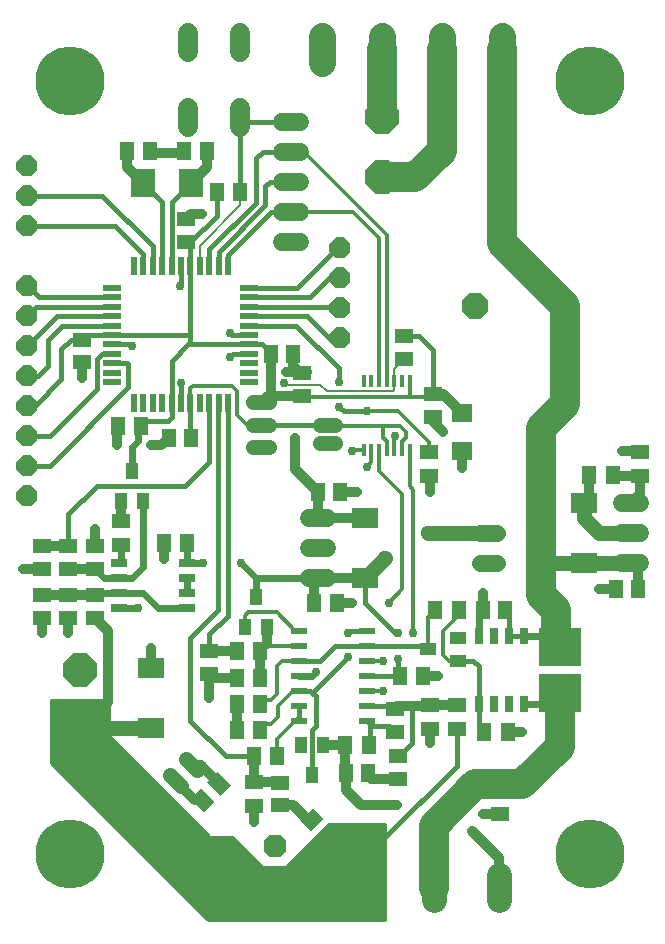
<source format=gbr>
G04 EAGLE Gerber X2 export*
%TF.Part,Single*%
%TF.FileFunction,Copper,L1,Top,Mixed*%
%TF.FilePolarity,Positive*%
%TF.GenerationSoftware,Autodesk,EAGLE,8.6.3*%
%TF.CreationDate,2019-07-12T15:56:27Z*%
G75*
%MOMM*%
%FSLAX34Y34*%
%LPD*%
%AMOC8*
5,1,8,0,0,1.08239X$1,22.5*%
G01*
%ADD10P,3.030692X8X22.500000*%
%ADD11C,2.247900*%
%ADD12C,2.184400*%
%ADD13P,2.364373X8X292.500000*%
%ADD14P,2.089446X8X112.500000*%
%ADD15C,1.930400*%
%ADD16R,1.300000X1.500000*%
%ADD17R,1.500000X1.300000*%
%ADD18C,1.308000*%
%ADD19R,1.803000X1.600000*%
%ADD20C,1.422400*%
%ADD21R,2.200000X1.800000*%
%ADD22R,1.400000X1.000000*%
%ADD23R,1.800000X2.200000*%
%ADD24R,1.000000X1.400000*%
%ADD25C,1.524000*%
%ADD26R,0.635000X1.422400*%
%ADD27R,0.304800X0.990600*%
%ADD28R,1.422400X0.635000*%
%ADD29R,2.000000X2.400000*%
%ADD30R,1.300000X1.600000*%
%ADD31R,1.600000X1.300000*%
%ADD32R,3.600000X3.250000*%
%ADD33C,2.095500*%
%ADD34C,1.676400*%
%ADD35R,0.500000X1.500000*%
%ADD36R,1.500000X0.500000*%
%ADD37R,1.400000X0.600000*%
%ADD38P,1.924489X8X202.500000*%
%ADD39C,5.842000*%
%ADD40C,0.406400*%
%ADD41C,0.609600*%
%ADD42C,2.540000*%
%ADD43C,1.270000*%
%ADD44C,0.812800*%
%ADD45C,0.756400*%
%ADD46C,0.304800*%
%ADD47C,1.300000*%
%ADD48C,0.203200*%

G36*
X327083Y3057D02*
X327083Y3057D01*
X327141Y3055D01*
X327223Y3077D01*
X327307Y3089D01*
X327360Y3112D01*
X327416Y3127D01*
X327489Y3170D01*
X327566Y3205D01*
X327611Y3243D01*
X327661Y3272D01*
X327719Y3334D01*
X327783Y3388D01*
X327815Y3437D01*
X327855Y3480D01*
X327894Y3555D01*
X327941Y3625D01*
X327958Y3681D01*
X327985Y3733D01*
X327996Y3801D01*
X328026Y3896D01*
X328029Y3996D01*
X328040Y4064D01*
X328040Y85725D01*
X328032Y85783D01*
X328034Y85841D01*
X328012Y85923D01*
X328000Y86007D01*
X327977Y86060D01*
X327962Y86116D01*
X327919Y86189D01*
X327884Y86266D01*
X327846Y86311D01*
X327817Y86361D01*
X327755Y86419D01*
X327701Y86483D01*
X327652Y86515D01*
X327609Y86555D01*
X327534Y86594D01*
X327464Y86641D01*
X327408Y86658D01*
X327356Y86685D01*
X327288Y86696D01*
X327193Y86726D01*
X327093Y86729D01*
X327025Y86740D01*
X279400Y86740D01*
X279313Y86728D01*
X279226Y86725D01*
X279173Y86708D01*
X279119Y86700D01*
X279039Y86665D01*
X278955Y86638D01*
X278916Y86610D01*
X278859Y86584D01*
X278746Y86488D01*
X278682Y86443D01*
X242467Y50228D01*
X224258Y50228D01*
X199155Y75330D01*
X199086Y75383D01*
X199022Y75443D01*
X198972Y75468D01*
X198928Y75501D01*
X198847Y75532D01*
X198769Y75572D01*
X198721Y75580D01*
X198663Y75603D01*
X198515Y75615D01*
X198438Y75628D01*
X179808Y75628D01*
X94678Y160758D01*
X94678Y190500D01*
X94670Y190558D01*
X94671Y190616D01*
X94650Y190698D01*
X94638Y190782D01*
X94614Y190835D01*
X94599Y190891D01*
X94556Y190964D01*
X94522Y191041D01*
X94484Y191086D01*
X94454Y191136D01*
X94392Y191194D01*
X94338Y191258D01*
X94289Y191290D01*
X94247Y191330D01*
X94172Y191369D01*
X94101Y191416D01*
X94046Y191433D01*
X93994Y191460D01*
X93926Y191471D01*
X93830Y191501D01*
X93731Y191504D01*
X93663Y191515D01*
X44450Y191515D01*
X44392Y191507D01*
X44334Y191509D01*
X44252Y191487D01*
X44169Y191475D01*
X44115Y191452D01*
X44059Y191437D01*
X43986Y191394D01*
X43909Y191359D01*
X43864Y191321D01*
X43814Y191292D01*
X43756Y191230D01*
X43692Y191176D01*
X43660Y191127D01*
X43620Y191084D01*
X43581Y191009D01*
X43535Y190939D01*
X43517Y190883D01*
X43490Y190831D01*
X43479Y190763D01*
X43449Y190668D01*
X43446Y190568D01*
X43435Y190500D01*
X43435Y136525D01*
X43447Y136438D01*
X43450Y136351D01*
X43467Y136298D01*
X43475Y136244D01*
X43510Y136164D01*
X43537Y136080D01*
X43565Y136041D01*
X43591Y135984D01*
X43687Y135871D01*
X43732Y135807D01*
X176193Y3346D01*
X176263Y3294D01*
X176327Y3234D01*
X176376Y3208D01*
X176420Y3175D01*
X176502Y3144D01*
X176580Y3104D01*
X176628Y3096D01*
X176686Y3074D01*
X176834Y3062D01*
X176911Y3049D01*
X327025Y3049D01*
X327083Y3057D01*
G37*
D10*
X323850Y684213D03*
X323850Y633413D03*
D11*
X273050Y730123D02*
X273050Y752602D01*
X323850Y752602D02*
X323850Y730123D01*
X374650Y730123D02*
X374650Y752602D01*
X425450Y752602D02*
X425450Y730123D01*
D12*
X479425Y523875D03*
D13*
X403225Y523875D03*
D14*
X233363Y66993D03*
D15*
X233363Y31433D03*
D16*
X312738Y128588D03*
X293688Y128588D03*
D17*
X334963Y182563D03*
X334963Y163513D03*
D16*
X201613Y165100D03*
X220663Y165100D03*
X156766Y655241D03*
X175816Y655241D03*
X127397Y655241D03*
X108347Y655241D03*
X162719Y412750D03*
X143669Y412750D03*
D17*
X256778Y448072D03*
X256778Y467122D03*
D16*
X522288Y284163D03*
X541338Y284163D03*
D18*
X284749Y423028D02*
X271669Y423028D01*
X271669Y408028D02*
X284749Y408028D01*
D17*
X367109Y449263D03*
X367109Y430213D03*
D19*
X391716Y401638D03*
X391716Y433388D03*
D17*
X36513Y279400D03*
X36513Y260350D03*
D16*
X158750Y323850D03*
X139700Y323850D03*
D17*
X36513Y320675D03*
X36513Y301625D03*
X177800Y231775D03*
X177800Y212725D03*
X238125Y120650D03*
X238125Y101600D03*
D20*
X407226Y331788D02*
X421450Y331788D01*
X421450Y306388D02*
X407226Y306388D01*
D16*
X409575Y266700D03*
X428625Y266700D03*
D17*
X423863Y112713D03*
X423863Y93663D03*
D16*
X266700Y273050D03*
X285750Y273050D03*
X269875Y366713D03*
X288925Y366713D03*
X339725Y211138D03*
X358775Y211138D03*
G36*
X278905Y85714D02*
X288097Y76522D01*
X277491Y65916D01*
X268299Y75108D01*
X278905Y85714D01*
G37*
G36*
X265434Y99184D02*
X274626Y89992D01*
X264020Y79386D01*
X254828Y88578D01*
X265434Y99184D01*
G37*
D21*
X495300Y306288D03*
X495300Y357288D03*
D22*
X363538Y233363D03*
X388938Y242888D03*
X388938Y223838D03*
D21*
X309563Y293588D03*
X309563Y344588D03*
D23*
X368400Y74613D03*
X317400Y74613D03*
D21*
X128588Y166588D03*
X128588Y217588D03*
D24*
X265113Y127000D03*
X255588Y152400D03*
X274638Y152400D03*
D25*
X527368Y357188D02*
X542608Y357188D01*
X542608Y331788D02*
X527368Y331788D01*
X527368Y306388D02*
X542608Y306388D01*
D26*
X444500Y187325D03*
X431800Y187325D03*
X419100Y187325D03*
X406400Y187325D03*
X444500Y244475D03*
X431800Y244475D03*
X419100Y244475D03*
X406400Y244475D03*
D25*
X277495Y293688D02*
X262255Y293688D01*
X262255Y319088D02*
X277495Y319088D01*
X277495Y344488D02*
X262255Y344488D01*
D18*
X144601Y126862D02*
X153849Y117613D01*
X140379Y104143D02*
X131130Y113392D01*
X158071Y140332D02*
X167320Y131083D01*
X215313Y423466D02*
X228393Y423466D01*
X228393Y404416D02*
X215313Y404416D01*
X215313Y442516D02*
X228393Y442516D01*
D27*
X347716Y460581D03*
X341216Y460581D03*
X334716Y460581D03*
X328216Y460581D03*
X321716Y460581D03*
X315216Y460581D03*
X308716Y460581D03*
X308716Y402225D03*
X315216Y402225D03*
X321716Y402225D03*
X328216Y402225D03*
X334716Y402225D03*
X341216Y402225D03*
X347716Y402225D03*
D28*
X158750Y306388D03*
X158750Y293688D03*
X158750Y280988D03*
X158750Y268288D03*
X101600Y306388D03*
X101600Y293688D03*
X101600Y280988D03*
X101600Y268288D03*
D10*
X68263Y215900D03*
X68263Y165100D03*
D25*
X239633Y680244D02*
X254873Y680244D01*
X254873Y654844D02*
X239633Y654844D01*
X239633Y629444D02*
X254873Y629444D01*
X254873Y604044D02*
X239633Y604044D01*
X239633Y578644D02*
X254873Y578644D01*
D29*
X122081Y628253D03*
X162081Y628253D03*
D30*
X499588Y381000D03*
X519588Y381000D03*
D31*
X338138Y123350D03*
X338138Y143350D03*
D30*
X201138Y187325D03*
X221138Y187325D03*
X184072Y621109D03*
X204072Y621109D03*
D31*
X364331Y400525D03*
X364331Y380525D03*
X80963Y259875D03*
X80963Y279875D03*
X58738Y279875D03*
X58738Y259875D03*
X80963Y301150D03*
X80963Y321150D03*
X58738Y301150D03*
X58738Y321150D03*
D30*
X221138Y209550D03*
X201138Y209550D03*
X221138Y231775D03*
X201138Y231775D03*
D31*
X542925Y380525D03*
X542925Y400525D03*
D30*
X235425Y142875D03*
X215425Y142875D03*
D31*
X215900Y121125D03*
X215900Y101125D03*
D32*
X474663Y235150D03*
X474663Y196650D03*
D30*
X430688Y163513D03*
X410688Y163513D03*
X389413Y266700D03*
X369413Y266700D03*
X293213Y152400D03*
X313213Y152400D03*
G36*
X182569Y104581D02*
X173376Y95388D01*
X162063Y106701D01*
X171256Y115894D01*
X182569Y104581D01*
G37*
G36*
X196712Y118724D02*
X187519Y109531D01*
X176206Y120844D01*
X185399Y130037D01*
X196712Y118724D01*
G37*
D31*
X387350Y166213D03*
X387350Y186213D03*
X365125Y186213D03*
X365125Y166213D03*
D33*
X422910Y42228D02*
X422910Y21273D01*
X368300Y21273D02*
X368300Y42228D01*
X313690Y42228D02*
X313690Y21273D01*
D24*
X112713Y384175D03*
X122238Y358775D03*
X103188Y358775D03*
X217488Y277813D03*
X227013Y252413D03*
X207963Y252413D03*
D34*
X159544Y675434D02*
X159544Y692198D01*
X159544Y738934D02*
X159544Y755698D01*
X203994Y692198D02*
X203994Y675434D01*
X203994Y738934D02*
X203994Y755698D01*
D35*
X193988Y557666D03*
X185988Y557666D03*
X177988Y557666D03*
X169988Y557666D03*
X161988Y557666D03*
X153988Y557666D03*
X145988Y557666D03*
X137988Y557666D03*
X129988Y557666D03*
X121988Y557666D03*
X113988Y557666D03*
D36*
X95988Y539666D03*
X95988Y531666D03*
X95988Y523666D03*
X95988Y515666D03*
X95988Y507666D03*
X95988Y499666D03*
X95988Y491666D03*
X95988Y483666D03*
X95988Y475666D03*
X95988Y467666D03*
X95988Y459666D03*
D35*
X113988Y441666D03*
X121988Y441666D03*
X129988Y441666D03*
X137988Y441666D03*
X145988Y441666D03*
X153988Y441666D03*
X161988Y441666D03*
X169988Y441666D03*
X177988Y441666D03*
X185988Y441666D03*
X193988Y441666D03*
D36*
X211988Y459666D03*
X211988Y467666D03*
X211988Y475666D03*
X211988Y483666D03*
X211988Y491666D03*
X211988Y499666D03*
X211988Y507666D03*
X211988Y515666D03*
X211988Y523666D03*
X211988Y531666D03*
X211988Y539666D03*
D17*
X158353Y578644D03*
X158353Y597694D03*
X69850Y495697D03*
X69850Y476647D03*
D16*
X230188Y483791D03*
X249238Y483791D03*
X119856Y422275D03*
X100806Y422275D03*
D37*
X311575Y173038D03*
X311575Y185738D03*
X311575Y198438D03*
X311575Y211138D03*
X311575Y223838D03*
X311575Y236538D03*
X311575Y249238D03*
X253575Y249238D03*
X253575Y236538D03*
X253575Y223838D03*
X253575Y211138D03*
X253575Y198438D03*
X253575Y185738D03*
X253575Y173038D03*
D38*
X288925Y496888D03*
X288925Y522288D03*
X288925Y547688D03*
X288925Y573088D03*
D31*
X103188Y321788D03*
X103188Y341788D03*
D39*
X60000Y60000D03*
X60000Y715000D03*
X500000Y715000D03*
X500000Y60000D03*
D38*
X23813Y363538D03*
X23813Y388938D03*
X23813Y414338D03*
X23813Y439738D03*
X23813Y465138D03*
X23813Y490538D03*
X23813Y515938D03*
X23813Y541338D03*
X23813Y592138D03*
X23813Y617538D03*
X23813Y642938D03*
D31*
X342503Y498950D03*
X342503Y478950D03*
D40*
X431800Y244475D02*
X444500Y244475D01*
X431800Y244475D02*
X431800Y263525D01*
X428625Y266700D01*
D41*
X444500Y244475D02*
X465338Y244475D01*
X474663Y235150D01*
D42*
X471488Y266700D02*
X458788Y279400D01*
X471488Y266700D02*
X471488Y238325D01*
X474663Y235150D01*
X458788Y279400D02*
X458788Y306388D01*
D43*
X495300Y306288D02*
X534888Y306288D01*
X534988Y306388D01*
D44*
X541338Y300038D01*
X541338Y284163D01*
D43*
X495300Y306288D02*
X495200Y306388D01*
X458788Y306388D01*
D42*
X458788Y420688D01*
X479425Y441325D01*
X479425Y523875D01*
X425450Y577850D02*
X425450Y741363D01*
X425450Y577850D02*
X479425Y523875D01*
D44*
X282575Y293688D02*
X269875Y293688D01*
D40*
X311575Y211138D02*
X339725Y211138D01*
D45*
X338138Y247650D03*
X338138Y225425D03*
D46*
X158750Y323850D02*
X157163Y325438D01*
D41*
X158750Y323850D02*
X158750Y306388D01*
X173038Y306388D01*
D45*
X173038Y306388D03*
D44*
X269875Y293688D02*
X309463Y293688D01*
X309563Y293588D01*
X499588Y361575D02*
X499588Y381000D01*
X499588Y361575D02*
X495300Y357288D01*
D43*
X495300Y344488D01*
X508000Y331788D02*
X534988Y331788D01*
X508000Y331788D02*
X495300Y344488D01*
D40*
X338138Y225425D02*
X338138Y212725D01*
X339725Y211138D01*
X338138Y247650D02*
X334963Y247650D01*
X309463Y273150D02*
X309463Y293688D01*
X309463Y273150D02*
X334963Y247650D01*
D44*
X266700Y273050D02*
X266700Y290513D01*
X269875Y293688D01*
D45*
X204788Y306388D03*
D41*
X217488Y293688D01*
X217488Y277813D01*
D43*
X309563Y293588D02*
X327025Y311050D01*
D44*
X327025Y311150D01*
D47*
X327025Y311150D03*
X363538Y331788D03*
D43*
X414338Y331788D01*
D41*
X269875Y293688D02*
X217488Y293688D01*
D42*
X403225Y119063D02*
X442913Y119063D01*
X368300Y74513D02*
X368300Y31750D01*
X368300Y74513D02*
X368400Y74613D01*
X368400Y84238D01*
X403225Y119063D01*
D44*
X417513Y119063D02*
X423863Y112713D01*
X417513Y119063D02*
X403225Y119063D01*
D41*
X444500Y187325D02*
X465338Y187325D01*
X474663Y196650D01*
D42*
X474663Y150813D02*
X442913Y119063D01*
X474663Y150813D02*
X474663Y196650D01*
D45*
X152797Y541338D03*
D40*
X153988Y542528D02*
X153988Y557666D01*
X153988Y542528D02*
X152797Y541338D01*
D45*
X112713Y490538D03*
D40*
X111584Y491666D02*
X95988Y491666D01*
X111584Y491666D02*
X112713Y490538D01*
D45*
X153988Y458788D03*
D40*
X153988Y441666D01*
D45*
X100013Y406400D03*
X128588Y406400D03*
D44*
X137319Y406400D01*
X143669Y412750D01*
D45*
X195263Y501650D03*
D40*
X197247Y499666D01*
X211988Y499666D01*
D45*
X242888Y468313D03*
D44*
X254000Y468313D01*
X260350Y468313D01*
X256778Y467122D01*
X249238Y473075D02*
X249238Y483791D01*
X249238Y473075D02*
X254000Y468313D01*
D45*
X303213Y366713D03*
X298450Y401638D03*
D44*
X303213Y366713D02*
X288925Y366713D01*
D46*
X299038Y402225D02*
X308716Y402225D01*
X299038Y402225D02*
X298450Y401638D01*
D45*
X365125Y366713D03*
X334963Y414338D03*
D46*
X334716Y414091D02*
X334716Y402225D01*
X334716Y414091D02*
X334963Y414338D01*
D45*
X376238Y417513D03*
X139700Y309563D03*
D44*
X139700Y323850D01*
D45*
X80963Y334963D03*
D44*
X80963Y321150D01*
D45*
X20638Y301625D03*
D44*
X36513Y301625D01*
D45*
X36513Y247650D03*
X58738Y247650D03*
D44*
X36513Y247650D02*
X36513Y260350D01*
X58738Y259875D02*
X58738Y247650D01*
D45*
X117475Y268288D03*
D41*
X101600Y268288D01*
D45*
X128588Y234950D03*
D44*
X128588Y217588D01*
X180975Y209550D02*
X201138Y209550D01*
X180975Y209550D02*
X177800Y212725D01*
D45*
X177800Y192088D03*
D44*
X177800Y212725D01*
D45*
X268288Y214313D03*
D41*
X265113Y211138D02*
X253575Y211138D01*
X265113Y211138D02*
X268288Y214313D01*
D45*
X371475Y211138D03*
D44*
X358775Y211138D01*
D45*
X365125Y153988D03*
D44*
X365125Y166213D01*
D45*
X442913Y163513D03*
D44*
X430688Y163513D01*
D45*
X409575Y280988D03*
D44*
X409575Y266700D01*
D41*
X406400Y263525D02*
X406400Y244475D01*
X406400Y263525D02*
X409575Y266700D01*
D45*
X409575Y93663D03*
D44*
X423863Y93663D01*
D45*
X252413Y98425D03*
D44*
X249238Y101600D02*
X238125Y101600D01*
X249238Y101600D02*
X252413Y98425D01*
X261552Y89285D01*
X264727Y89285D01*
D45*
X215900Y87313D03*
D44*
X215900Y101125D01*
X170534Y135708D02*
X162695Y135708D01*
X170534Y135708D02*
X186459Y119784D01*
D45*
X171847Y601663D03*
D44*
X162322Y601663D02*
X158353Y597694D01*
X162322Y601663D02*
X171847Y601663D01*
D45*
X141684Y654050D03*
D44*
X128588Y654050D02*
X127397Y655241D01*
X128588Y654050D02*
X141684Y654050D01*
X155575Y654050D02*
X156766Y655241D01*
X155575Y654050D02*
X141684Y654050D01*
D45*
X508000Y284163D03*
D44*
X522288Y284163D01*
D45*
X527050Y401638D03*
D44*
X541813Y401638D02*
X542925Y400525D01*
X541813Y401638D02*
X527050Y401638D01*
D45*
X298450Y273050D03*
D44*
X285750Y273050D01*
X100806Y422275D02*
X100013Y421481D01*
X100013Y406400D01*
D45*
X69850Y463550D03*
D44*
X69850Y476647D01*
X365125Y379731D02*
X365125Y366713D01*
X365125Y379731D02*
X364331Y380525D01*
D45*
X392113Y387350D03*
D44*
X392113Y401241D01*
X391716Y401638D01*
X367109Y426641D02*
X367109Y430213D01*
X367109Y426641D02*
X376238Y417513D01*
D40*
X406400Y187325D02*
X405925Y186850D01*
X406400Y187325D02*
X406400Y164625D01*
X410688Y163513D01*
X406400Y187325D02*
X406400Y219075D01*
D46*
X388938Y223838D02*
X381000Y223838D01*
X376238Y228600D01*
D40*
X389413Y262413D02*
X389413Y266700D01*
D46*
X376238Y249238D02*
X376238Y228600D01*
X376238Y249238D02*
X389413Y262413D01*
D40*
X388938Y223838D02*
X401638Y223838D01*
X406400Y219075D01*
X311575Y236538D02*
X284163Y236538D01*
X271463Y223838D02*
X253575Y223838D01*
X271463Y223838D02*
X284163Y236538D01*
D46*
X225900Y190500D02*
X221138Y187325D01*
X239713Y223838D02*
X253575Y223838D01*
X230188Y190500D02*
X225900Y190500D01*
X230188Y190500D02*
X234950Y195263D01*
X234950Y219075D01*
X239713Y223838D01*
X363538Y233363D02*
X363538Y234950D01*
X363538Y260825D01*
X369413Y266700D01*
D40*
X361950Y236538D02*
X363538Y234950D01*
X361950Y236538D02*
X311575Y236538D01*
D46*
X311575Y198438D02*
X325438Y198438D01*
D45*
X325438Y198438D03*
X350838Y247650D03*
D46*
X350838Y368300D01*
X347716Y371422D01*
X347716Y402225D01*
D40*
X311575Y173038D02*
X311625Y172988D01*
X311575Y173038D02*
X314325Y173038D01*
X314325Y153513D02*
X313213Y152400D01*
X314325Y153513D02*
X314325Y173038D01*
X313163Y171450D02*
X311575Y173038D01*
X316338Y168275D01*
X330200Y168275D01*
X334963Y163513D01*
D44*
X293213Y152400D02*
X274638Y152400D01*
D40*
X292100Y151925D02*
X293213Y152400D01*
D45*
X336550Y101600D03*
X400050Y79375D03*
D44*
X422910Y56515D01*
X422910Y31750D01*
X293213Y129063D02*
X293213Y152400D01*
D40*
X293213Y129063D02*
X293688Y128588D01*
D44*
X293688Y114300D02*
X306388Y101600D01*
X293688Y114300D02*
X293688Y128588D01*
X306388Y101600D02*
X336550Y101600D01*
X165821Y105641D02*
X149225Y122238D01*
X165821Y105641D02*
X172316Y105641D01*
D40*
X387350Y134938D02*
X387350Y166213D01*
D43*
X313690Y70903D02*
X313690Y31750D01*
X313690Y70903D02*
X317400Y74613D01*
D40*
X327025Y74613D01*
X387350Y134938D01*
D43*
X128588Y166588D02*
X69750Y166588D01*
X68263Y165100D01*
D44*
X92075Y188913D01*
X92075Y248763D02*
X80963Y259875D01*
X92075Y248763D02*
X92075Y188913D01*
D40*
X349250Y185738D02*
X349250Y153988D01*
D44*
X365125Y186213D02*
X387350Y186213D01*
D40*
X365125Y186213D02*
X364650Y185738D01*
D44*
X349250Y185738D01*
D40*
X341788Y146525D02*
X338138Y143350D01*
X341788Y146525D02*
X349250Y153988D01*
X334169Y183356D02*
X331788Y185738D01*
X334169Y183356D02*
X334963Y182563D01*
X331788Y185738D02*
X311575Y185738D01*
D44*
X336550Y185738D02*
X349250Y185738D01*
D40*
X336550Y185738D02*
X334169Y183356D01*
D46*
X325438Y223838D02*
X311575Y223838D01*
D45*
X325438Y223838D03*
X330200Y273050D03*
D46*
X341313Y284163D02*
X341313Y365125D01*
X321716Y384722D01*
X321716Y402225D01*
X341313Y284163D02*
X330200Y273050D01*
D40*
X312738Y128588D02*
X314800Y123350D01*
D44*
X338138Y123350D01*
D40*
X265113Y127000D02*
X265113Y165100D01*
X268288Y168275D01*
X268288Y193675D01*
X265113Y196850D01*
X263525Y198438D01*
X253575Y198438D01*
X265113Y196850D02*
X295275Y227013D01*
D45*
X295275Y227013D03*
X295275Y247650D03*
D40*
X296863Y249238D01*
X311575Y249238D01*
D46*
X225425Y169863D02*
X220663Y165100D01*
X249238Y198438D02*
X253575Y198438D01*
X230188Y169863D02*
X225425Y169863D01*
X230188Y169863D02*
X236538Y176213D01*
X236538Y185738D01*
X249238Y198438D01*
X201138Y187325D02*
X201613Y185263D01*
D44*
X201613Y165100D01*
D40*
X193988Y557666D02*
X193988Y567447D01*
X230584Y604044D01*
X247253Y604044D01*
D46*
X321716Y581572D02*
X321716Y460581D01*
X321716Y581572D02*
X299244Y604044D01*
X247253Y604044D01*
D40*
X211988Y483666D02*
X197916Y483666D01*
X195263Y481013D01*
D45*
X195263Y481013D03*
X241300Y458788D03*
D48*
X242491Y457597D01*
X271859Y457597D01*
X334716Y460581D02*
X334716Y452984D01*
X277416Y452041D02*
X271859Y457597D01*
X277416Y452041D02*
X333772Y452041D01*
X334716Y452984D01*
X334716Y460581D02*
X334716Y471163D01*
X342503Y478950D01*
D40*
X177988Y557666D02*
X177988Y572084D01*
X217488Y611584D01*
X217488Y649288D02*
X223044Y654844D01*
X217488Y649288D02*
X217488Y611584D01*
X223044Y654844D02*
X247253Y654844D01*
D46*
X257969Y654844D01*
X328216Y584597D02*
X328216Y460581D01*
X328216Y584597D02*
X257969Y654844D01*
X315216Y402225D02*
X315216Y391813D01*
X311150Y387747D01*
D45*
X311150Y387747D03*
X311547Y434975D03*
D40*
X251556Y507666D02*
X211988Y507666D01*
D45*
X287734Y459978D03*
X287734Y438944D03*
D40*
X291703Y434975D01*
X311547Y434975D01*
D46*
X338138Y434975D01*
D40*
X287734Y459978D02*
X287734Y471488D01*
X251556Y507666D01*
D46*
X364331Y408781D02*
X364331Y400525D01*
X364331Y408781D02*
X338138Y434975D01*
X197247Y456406D02*
X163909Y456406D01*
X161988Y454484D01*
X161988Y441666D01*
D40*
X161988Y413481D01*
X162719Y412750D01*
D46*
X341216Y409478D02*
X341216Y402225D01*
X341216Y409478D02*
X344488Y412750D01*
X344488Y417513D01*
X339725Y422275D01*
X325438Y422275D01*
X328216Y409972D02*
X328216Y402225D01*
X325438Y412750D02*
X325438Y422275D01*
X325438Y412750D02*
X328216Y409972D01*
X201613Y452041D02*
X197247Y456406D01*
X201613Y452041D02*
X201613Y431800D01*
X209947Y423466D01*
X221853Y423466D01*
D40*
X277772Y423466D01*
X278209Y423028D01*
D46*
X278963Y422275D01*
X325438Y422275D01*
D40*
X145988Y441666D02*
X145988Y477775D01*
X161988Y499666D02*
X161988Y557666D01*
X161988Y499666D02*
X161988Y493775D01*
X160338Y492125D01*
X145988Y477775D01*
X161988Y499666D02*
X95988Y499666D01*
X160338Y492125D02*
X160797Y491666D01*
X211988Y491666D01*
X161988Y557666D02*
X161988Y578309D01*
X161988Y578959D02*
X158353Y578644D01*
X161988Y578959D02*
X161988Y578309D01*
X184072Y600394D02*
X184072Y621109D01*
X184072Y600394D02*
X161988Y578309D01*
X212050Y491728D02*
X211988Y491666D01*
D44*
X269875Y366713D02*
X269875Y344488D01*
X309463Y344488D01*
X309563Y344588D01*
D40*
X222313Y491666D02*
X211988Y491666D01*
X222313Y491666D02*
X230188Y483791D01*
D44*
X230188Y448469D01*
D40*
X124619Y427038D02*
X119856Y422275D01*
X142875Y427038D02*
X145988Y430150D01*
X145988Y441666D01*
X142875Y427038D02*
X124619Y427038D01*
D44*
X221853Y442516D02*
X224234Y442516D01*
X230188Y448469D01*
X227409Y448072D02*
X221853Y442516D01*
D45*
X250825Y412750D03*
D40*
X69850Y495697D02*
X60722Y495697D01*
X69850Y495697D02*
X73819Y499666D01*
X95988Y499666D01*
D44*
X250825Y412750D02*
X250825Y385763D01*
X269875Y366713D01*
X375841Y449263D02*
X391716Y433388D01*
X375841Y449263D02*
X367109Y449263D01*
D46*
X363538Y447278D01*
X347663Y447278D01*
X347716Y448919D02*
X347716Y460581D01*
X347716Y448919D02*
X347663Y447278D01*
X257572Y447278D01*
X256778Y448072D01*
D44*
X230584Y448072D01*
X230188Y448469D01*
D41*
X112713Y404813D02*
X112713Y384175D01*
X117475Y419894D02*
X119856Y422275D01*
X117475Y409575D02*
X112713Y404813D01*
X117475Y409575D02*
X117475Y419894D01*
D40*
X52388Y487363D02*
X60722Y495697D01*
X52388Y487363D02*
X52388Y461963D01*
X30163Y439738D01*
X23813Y439738D01*
X342503Y498950D02*
X355125Y498950D01*
X367109Y486966D02*
X367109Y449263D01*
X367109Y486966D02*
X355125Y498950D01*
D41*
X158750Y268288D02*
X134938Y268288D01*
X122238Y280988D02*
X101600Y280988D01*
X122238Y280988D02*
X134938Y268288D01*
X101600Y280988D02*
X82075Y280988D01*
D40*
X80963Y279875D01*
D44*
X58738Y279875D01*
X36988Y279875D01*
X36513Y279400D01*
D41*
X122238Y303213D02*
X122238Y358775D01*
X112713Y293688D02*
X101600Y293688D01*
X112713Y293688D02*
X122238Y303213D01*
D44*
X80963Y301150D02*
X58738Y301150D01*
D41*
X80963Y301150D02*
X88425Y293688D01*
X101600Y293688D01*
D40*
X177800Y246063D02*
X193675Y261938D01*
X177800Y246063D02*
X177800Y231775D01*
D44*
X201138Y231775D01*
D40*
X193675Y441353D02*
X193988Y441666D01*
X193675Y441353D02*
X193675Y261938D01*
D46*
X215425Y142875D02*
X215900Y142400D01*
D44*
X215900Y121125D01*
X237650Y121125D01*
D46*
X238125Y120650D01*
D40*
X161925Y242888D02*
X185738Y266700D01*
X192088Y142875D02*
X215425Y142875D01*
X161925Y173038D02*
X161925Y242888D01*
X161925Y173038D02*
X192088Y142875D01*
X185738Y441416D02*
X185988Y441666D01*
X185738Y441416D02*
X185738Y266700D01*
D44*
X221138Y231775D02*
X221138Y209550D01*
D46*
X221138Y231775D02*
X225900Y236538D01*
X253575Y236538D01*
X227013Y237650D02*
X221138Y231775D01*
D44*
X227013Y237650D02*
X227013Y252413D01*
D46*
X207963Y252413D02*
X207963Y261938D01*
X211138Y265113D01*
X250825Y249238D02*
X253575Y249238D01*
X234950Y265113D02*
X211138Y265113D01*
X234950Y265113D02*
X250825Y249238D01*
D41*
X158750Y280988D02*
X158750Y293688D01*
D40*
X177988Y392300D02*
X177988Y441666D01*
D46*
X61438Y320675D02*
X58738Y321150D01*
D40*
X82550Y371475D02*
X157163Y371475D01*
X177988Y392300D01*
X58738Y347663D02*
X58738Y321150D01*
X58738Y347663D02*
X82550Y371475D01*
D44*
X58738Y321150D02*
X58263Y320675D01*
X36513Y320675D01*
D42*
X323850Y684213D02*
X323850Y741363D01*
X323850Y633413D02*
X352425Y633413D01*
X374650Y655638D01*
X374650Y741363D01*
D44*
X542925Y365125D02*
X534988Y357188D01*
X542925Y365125D02*
X542925Y380525D01*
X520063Y380525D02*
X519588Y381000D01*
X520063Y380525D02*
X542925Y380525D01*
D40*
X162081Y628253D02*
X145988Y612159D01*
X145988Y557666D01*
D44*
X162081Y628253D02*
X175816Y641988D01*
X175816Y655241D01*
D40*
X137988Y612347D02*
X122081Y628253D01*
X137988Y612347D02*
X137988Y557666D01*
D44*
X122081Y628253D02*
X108347Y641988D01*
X108347Y655241D01*
D40*
X185988Y570163D02*
X185988Y557666D01*
X185988Y570163D02*
X225425Y609600D01*
X229394Y629444D02*
X247253Y629444D01*
X225425Y625475D02*
X225425Y609600D01*
X225425Y625475D02*
X229394Y629444D01*
D48*
X169988Y575197D02*
X169988Y557666D01*
X169988Y575197D02*
X204072Y609281D01*
X204072Y621109D01*
D40*
X204072Y682625D01*
X204072Y683738D01*
X203994Y683816D01*
X206453Y680244D02*
X247253Y680244D01*
X206453Y680244D02*
X204072Y682625D01*
X121988Y568178D02*
X121988Y557666D01*
X121988Y568178D02*
X98028Y592138D01*
X23813Y592138D01*
X23813Y617538D02*
X87313Y617538D01*
X129988Y574863D02*
X129988Y557666D01*
X129988Y574863D02*
X87313Y617538D01*
X95988Y531666D02*
X33484Y531666D01*
X23813Y541338D01*
X86791Y483666D02*
X95988Y483666D01*
X86791Y483666D02*
X82550Y479425D01*
X82550Y454025D01*
X42863Y414338D02*
X23813Y414338D01*
X42863Y414338D02*
X82550Y454025D01*
X95988Y475666D02*
X108534Y475666D01*
X109538Y474663D01*
X109538Y455613D01*
X42863Y388938D02*
X23813Y388938D01*
X42863Y388938D02*
X109538Y455613D01*
X253575Y175788D02*
X253575Y173038D01*
X253575Y175788D02*
X253575Y185738D01*
D46*
X235425Y157638D02*
X235425Y142875D01*
X235425Y157638D02*
X253575Y175788D01*
D40*
X95988Y507666D02*
X53641Y507666D01*
X41275Y495300D02*
X41275Y473075D01*
X33338Y465138D01*
X23813Y465138D01*
X41275Y495300D02*
X53641Y507666D01*
X48941Y515666D02*
X95988Y515666D01*
X48941Y515666D02*
X23813Y490538D01*
X31541Y523666D02*
X95988Y523666D01*
X31541Y523666D02*
X23813Y515938D01*
X285750Y573088D02*
X288925Y573088D01*
X252328Y539666D02*
X211988Y539666D01*
X252328Y539666D02*
X285750Y573088D01*
X212134Y531813D02*
X211988Y531666D01*
X279400Y547688D02*
X288925Y547688D01*
X263525Y531813D02*
X212134Y531813D01*
X263525Y531813D02*
X279400Y547688D01*
X287547Y523666D02*
X211988Y523666D01*
X287547Y523666D02*
X288925Y522288D01*
X288925Y496888D02*
X279400Y496888D01*
X260622Y515666D02*
X211988Y515666D01*
X260622Y515666D02*
X279400Y496888D01*
D41*
X103188Y307975D02*
X101600Y306388D01*
X103188Y307975D02*
X103188Y321788D01*
D44*
X103188Y341788D02*
X103188Y358775D01*
M02*

</source>
